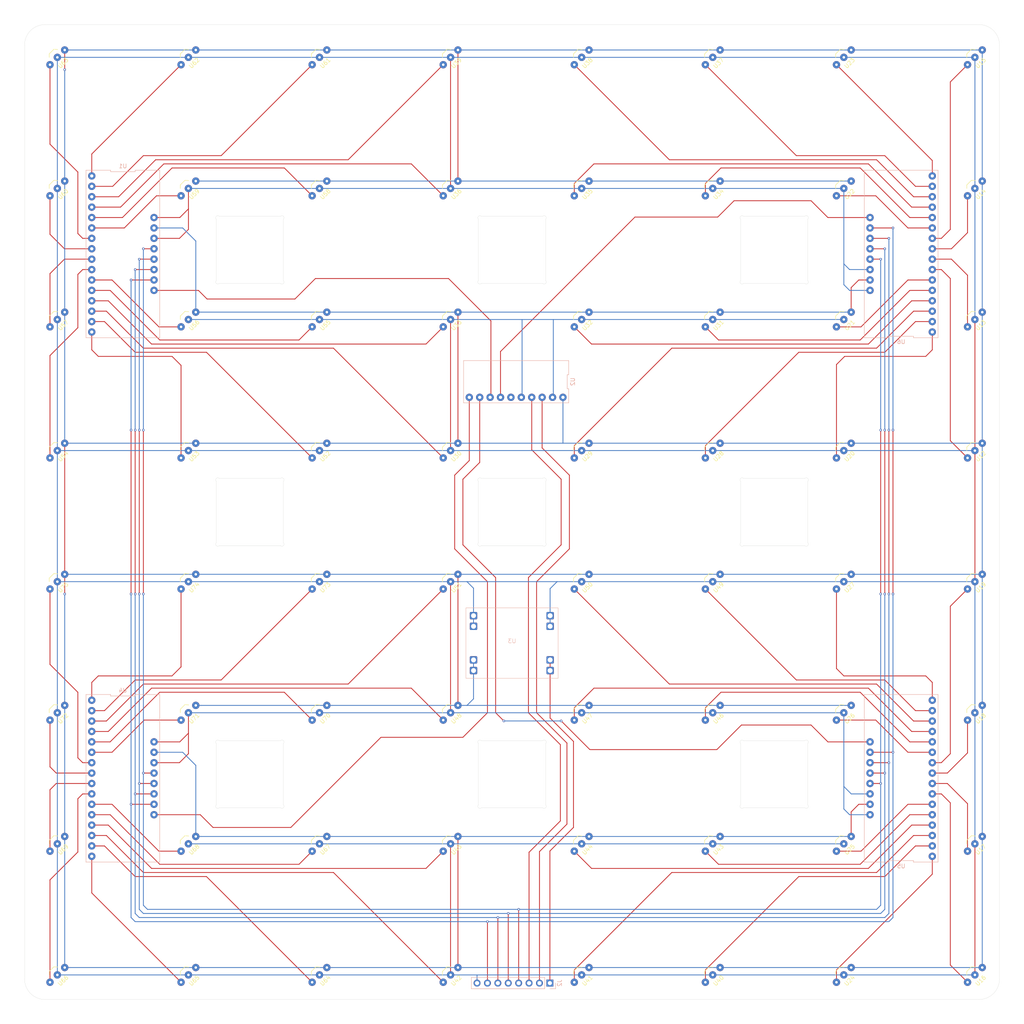
<source format=kicad_pcb>
(kicad_pcb (version 20241229) (generator "pcbnew") (generator_version "9.0")
  (layers (0 "F.Cu" signal) (2 "B.Cu" signal) (13 "F.Paste" user) (15 "B.Paste" user) (5 "F.SilkS" user "F.Silkscreen") (7 "B.SilkS" user "B.Silkscreen") (1 "F.Mask" user) (3 "B.Mask" user) (25 "Edge.Cuts" user))
  (net 0 "")
  (net 1 "S2")
  (net 2 "SCL")
  (net 3 "GND")
  (net 4 "SDA")
  (net 5 "S0")
  (net 6 "S1")
  (net 7 "S3")
  (net 8 "5V")
  (net 9 "MB14")
  (net 10 "MB4")
  (net 11 "MB5")
  (net 12 "MB6")
  (net 13 "MB15")
  (net 14 "3.3V")
  (net 15 "MB16")
  (net 16 "MB13")
  (net 17 "MB8")
  (net 18 "MB12")
  (net 19 "MB10")
  (net 20 "MB11")
  (net 21 "MB1")
  (net 22 "MB3")
  (net 23 "MB9")
  (net 24 "Net-(U1-COM)")
  (net 25 "MB7")
  (net 26 "MB2")
  (net 28 "Net-(U2-AIN3)")
  (net 29 "Net-(U2-AIN0)")
  (net 30 "Net-(U2-AIN2)")
  (net 31 "MC5")
  (net 32 "MC9")
  (net 33 "MC10")
  (net 34 "MC1")
  (net 35 "MC12")
  (net 36 "MC3")
  (net 37 "MC13")
  (net 38 "MC8")
  (net 39 "MC14")
  (net 40 "MC6")
  (net 41 "MC11")
  (net 42 "MC15")
  (net 43 "MC2")
  (net 44 "MC4")
  (net 45 "MC7")
  (net 46 "MC16")
  (net 47 "MD6")
  (net 48 "MD7")
  (net 49 "MD14")
  (net 50 "MD15")
  (net 51 "MD5")
  (net 52 "MD16")
  (net 53 "MD3")
  (net 54 "MD10")
  (net 55 "MD8")
  (net 56 "MD1")
  (net 57 "MD2")
  (net 58 "MD13")
  (net 59 "MD4")
  (net 60 "MD9")
  (net 61 "MD11")
  (net 62 "MD12")
  (net 63 "MA6")
  (net 64 "MA9")
  (net 65 "MA3")
  (net 66 "MA7")
  (net 67 "MA11")
  (net 68 "MA14")
  (net 69 "MA2")
  (net 70 "MA1")
  (net 71 "MA12")
  (net 72 "MA10")
  (net 73 "MA16")
  (net 74 "MA15")
  (net 75 "MA4")
  (net 76 "MA5")
  (net 77 "MA8")
  (net 78 "MA13")
  (footprint "MagChess:SS49E" (layer "F.Cu") (at 76 167 45)
    (property "Reference" "U74")
    (property "Value" "A1302xUA")
  )
  (footprint "MagChess:SS49E" (layer "F.Cu") (at 172 103 45)
    (property "Reference" "U32")
    (property "Value" "A1302xUA")
  )
  (footprint "MagChess:SS49E" (layer "F.Cu") (at 76 39 45)
    (property "Reference" "U62")
    (property "Value" "A1302xUA")
  )
  (footprint "MagChess:SS49E" (layer "F.Cu") (at 204 167 45)
    (property "Reference" "U49")
    (property "Value" "A1302xUA")
  )
  (footprint "MagChess:SS49E" (layer "F.Cu") (at 204 263 45)
    (property "Reference" "U40")
    (property "Value" "A1302xUA")
  )
  (footprint "MagChess:SS49E" (layer "F.Cu") (at 172 199 45)
    (property "Reference" "U47")
    (property "Value" "A1302xUA")
  )
  (footprint "MagChess:SS49E" (layer "F.Cu") (at 236 103 45)
    (property "Reference" "U21")
    (property "Value" "A1302xUA")
  )
  (footprint "MagChess:SS49E" (layer "F.Cu") (at 76 103 45)
    (property "Reference" "U56")
    (property "Value" "A1302xUA")
  )
  (footprint "MagChess:SS49E" (layer "F.Cu") (at 108 231 45)
    (property "Reference" "U67")
    (property "Value" "A1302xUA")
  )
  (footprint "MagChess:SS49E" (layer "F.Cu") (at 108 135 45)
    (property "Reference" "U52")
    (property "Value" "A1302xUA")
  )
  (footprint "MagChess:SS49E" (layer "F.Cu") (at 172 231 45)
    (property "Reference" "U44")
    (property "Value" "A1302xUA")
  )
  (footprint "MagChess:SS49E" (layer "F.Cu") (at 44 71 45)
    (property "Reference" "U60")
    (property "Value" "A1302xUA")
  )
  (footprint "MagChess:SS49E" (layer "F.Cu") (at 172 135 45)
    (property "Reference" "U29")
    (property "Value" "A1302xUA")
  )
  (footprint "MagChess:SS49E" (layer "F.Cu") (at 140 231 45)
    (property "Reference" "U45")
    (property "Value" "A1302xUA")
  )
  (footprint "MagChess:SS49E" (layer "F.Cu") (at 76 71 45)
    (property "Reference" "U59")
    (property "Value" "A1302xUA")
  )
  (footprint "MagChess:SS49E" (layer "F.Cu") (at 140 199 45)
    (property "Reference" "U48")
    (property "Value" "A1302xUA")
  )
  (footprint "MagChess:SS49E" (layer "F.Cu") (at 236 231 45)
    (property "Reference" "U25")
    (property "Value" "A1302xUA")
  )
  (footprint "MagChess:SS49E" (layer "F.Cu") (at 140 135 45)
    (property "Reference" "U30")
    (property "Value" "A1302xUA")
  )
  (footprint "MagChess:SS49E" (layer "F.Cu") (at 108 39 45)
    (property "Reference" "U61")
    (property "Value" "A1302xUA")
  )
  (footprint "MagChess:SS49E" (layer "F.Cu") (at 140 263 45)
    (property "Reference" "U42")
    (property "Value" "A1302xUA")
  )
  (footprint "MagChess:SS49E" (layer "F.Cu") (at 236 199 45)
    (property "Reference" "U26")
    (property "Value" "A1302xUA")
  )
  (footprint "MagChess:SS49E" (layer "F.Cu") (at 140 103 45)
    (property "Reference" "U33")
    (property "Value" "A1302xUA")
  )
  (footprint "MagChess:SS49E" (layer "F.Cu") (at 236 167 45)
    (property "Reference" "U27")
    (property "Value" "A1302xUA")
  )
  (footprint "MagChess:SS49E" (layer "F.Cu") (at 108 103 45)
    (property "Reference" "U55")
    (property "Value" "A1302xUA")
  )
  (footprint "MagChess:SS49E" (layer "F.Cu") (at 172 167 45)
    (property "Reference" "U50")
    (property "Value" "A1302xUA")
  )
  (footprint "MagChess:SS49E" (layer "F.Cu") (at 108 167 45)
    (property "Reference" "U73")
    (property "Value" "A1302xUA")
  )
  (footprint "MagChess:SS49E" (layer "F.Cu") (at 236 39 45)
    (property "Reference" "U23")
    (property "Value" "A1302xUA")
  )
  (footprint "MagChess:SS49E" (layer "F.Cu") (at 268 135 45)
    (property "Reference" "U12")
    (property "Value" "A1302xUA")
  )
  (footprint "MagChess:SS49E" (layer "F.Cu") (at 268 199 45)
    (property "Reference" "U18")
    (property "Value" "A1302xUA")
  )
  (footprint "MagChess:SS49E" (layer "F.Cu") (at 44 167 45)
    (property "Reference" "U75")
    (property "Value" "A1302xUA")
  )
  (footprint "MagChess:SS49E" (layer "F.Cu") (at 172 39 45)
    (property "Reference" "U38")
    (property "Value" "A1302xUA")
  )
  (footprint "MagChess:SS49E" (layer "F.Cu") (at 204 39 45)
    (property "Reference" "U37")
    (property "Value" "A1302xUA")
  )
  (footprint "MagChess:SS49E" (layer "F.Cu") (at 44 39 45)
    (property "Reference" "U63")
    (property "Value" "A1302xUA")
  )
  (footprint "MagChess:SS49E" (layer "F.Cu") (at 172 263 45)
    (property "Reference" "U41")
    (property "Value" "A1302xUA")
  )
  (footprint "MagChess:SS49E" (layer "F.Cu") (at 76 263 45)
    (property "Reference" "U65")
    (property "Value" "A1302xUA")
  )
  (footprint "MagChess:SS49E" (layer "F.Cu") (at 76 231 45)
    (property "Reference" "U68")
    (property "Value" "A1302xUA")
  )
  (footprint "MagChess:SS49E" (layer "F.Cu") (at 204 71 45)
    (property "Reference" "U34")
    (property "Value" "A1302xUA")
  )
  (footprint "MagChess:SS49E" (layer "F.Cu") (at 204 103 45)
    (property "Reference" "U31")
    (property "Value" "A1302xUA")
  )
  (footprint "MagChess:SS49E" (layer "F.Cu") (at 268 103 45)
    (property "Reference" "U13")
    (property "Value" "A1302xUA")
  )
  (footprint "MagChess:SS49E" (layer "F.Cu") (at 108 71 45)
    (property "Reference" "U58")
    (property "Value" "A1302xUA")
  )
  (footprint "MagChess:SS49E" (layer "F.Cu") (at 44 199 45)
    (property "Reference" "U72")
    (property "Value" "A1302xUA")
  )
  (footprint "MagChess:SS49E" (layer "F.Cu") (at 108 263 45)
    (property "Reference" "U64")
    (property "Value" "A1302xUA")
  )
  (footprint "MagChess:SS49E" (layer "F.Cu") (at 204 135 45)
    (property "Reference" "U28")
    (property "Value" "A1302xUA")
  )
  (footprint "MagChess:SS49E" (layer "F.Cu") (at 268 167 45)
    (property "Reference" "U19")
    (property "Value" "A1302xUA")
  )
  (footprint "MagChess:SS49E" (layer "F.Cu") (at 268 39 45)
    (property "Reference" "U15")
    (property "Value" "A1302xUA")
  )
  (footprint "MagChess:SS49E" (layer "F.Cu") (at 44 103 45)
    (property "Reference" "U57")
    (property "Value" "A1302xUA")
  )
  (footprint "MagChess:SS49E" (layer "F.Cu") (at 204 199 45)
    (property "Reference" "U46")
    (property "Value" "A1302xUA")
  )
  (footprint "MagChess:SS49E" (layer "F.Cu") (at 76 135 45)
    (property "Reference" "U53")
    (property "Value" "A1302xUA")
  )
  (footprint "MagChess:SS49E" (layer "F.Cu") (at 140 71 45)
    (property "Reference" "U36")
    (property "Value" "A1302xUA")
  )
  (footprint "MagChess:SS49E" (layer "F.Cu") (at 236 263 45)
    (property "Reference" "U24")
    (property "Value" "A1302xUA")
  )
  (footprint "MagChess:SS49E" (layer "F.Cu") (at 172 71 45)
    (property "Reference" "U35")
    (property "Value" "A1302xUA")
  )
  (footprint "MagChess:SS49E" (layer "F.Cu") (at 268 231 45)
    (property "Reference" "U17")
    (property "Value" "A1302xUA")
  )
  (footprint "MagChess:SS49E" (layer "F.Cu") (at 236 71 45)
    (property "Reference" "U22")
    (property "Value" "A1302xUA")
  )
  (footprint "MagChess:SS49E" (layer "F.Cu") (at 140 39 45)
    (property "Reference" "U39")
    (property "Value" "A1302xUA")
  )
  (footprint "MagChess:SS49E" (layer "F.Cu") (at 44 263 45)
    (property "Reference" "U66")
    (property "Value" "A1302xUA")
  )
  (footprint "MagChess:SS49E" (layer "F.Cu") (at 108 199 45)
    (property "Reference" "U70")
    (property "Value" "A1302xUA")
  )
  (footprint "MagChess:SS49E" (layer "F.Cu") (at 76 199 45)
    (property "Reference" "U71")
    (property "Value" "A1302xUA")
  )
  (footprint "MagChess:SS49E" (layer "F.Cu") (at 236 135 45)
    (property "Reference" "U20")
    (property "Value" "A1302xUA")
  )
  (footprint "MagChess:SS49E" (layer "F.Cu") (at 44 135 45)
    (property "Reference" "U54")
    (property "Value" "A1302xUA")
  )
  (footprint "MagChess:SS49E" (layer "F.Cu") (at 44 231 45)
    (property "Reference" "U69")
    (property "Value" "A1302xUA")
  )
  (footprint "MagChess:SS49E" (layer "F.Cu") (at 268 263 45)
    (property "Reference" "U16")
    (property "Value" "A1302xUA")
  )
  (footprint "MagChess:SS49E" (layer "F.Cu") (at 140 167 45)
    (property "Reference" "U51")
    (property "Value" "A1302xUA")
  )
  (footprint "MagChess:SS49E" (layer "F.Cu") (at 268 71 45)
    (property "Reference" "U14")
    (property "Value" "A1302xUA")
  )
  (footprint "MagChess:SS49E" (layer "F.Cu") (at 204 231 45)
    (property "Reference" "U43")
    (property "Value" "A1302xUA")
  )
  (footprint "MagChess:ADS1015" (layer "B.Cu") (at 156 118.19 180)
    (property "Reference" "U2")
    (property "Value" "ADS1015IDGS")
  )
  (footprint "MagChess:CD74HC4067" (layer "B.Cu") (at 250 215 90)
    (property "Reference" "U5")
    (property "Value" "CD74HC4067M")
  )
  (footprint "MagChess:MP1584" (layer "B.Cu") (at 155 182 180)
    (property "Reference" "U3")
    (property "Value" "MP1584EN")
  )
  (footprint "MagChess:CD74HC4067" (layer "B.Cu") (at 60 87 -90)
    (property "Reference" "U1")
    (property "Value" "CD74HC4067M")
  )
  (footprint "Connector_PinHeader_2.54mm:PinHeader_1x08_P2.54mm_Vertical" (layer "B.Cu") (at 164.24 265 90)
    (property "Reference" "J2")
    (property "Value" "Conn_01x08_Pin")
  )
  (footprint "MagChess:CD74HC4067" (layer "B.Cu") (at 60 215 -90)
    (property "Reference" "U4")
    (property "Value" "CD74HC4067M")
  )
  (footprint "MagChess:CD74HC4067" (layer "B.Cu") (at 250 87 90)
    (property "Reference" "U6")
    (property "Value" "CD74HC4067M")
  )
  (gr_arc (start 226.492894 205.8) (mid 227.2 205.8) (end 227.2 206.507106) (stroke (width 0.05)) (layer "Edge.Cuts"))
  (gr_line (start 274 36) (end 274 264) (stroke (width 0.05)) (layer "Edge.Cuts"))
  (gr_line (start 99.2 78.507106) (end 99.2 93.492894) (stroke (width 0.05)) (layer "Edge.Cuts"))
  (gr_arc (start 226.492894 141.8) (mid 227.2 141.8) (end 227.2 142.507106) (stroke (width 0.05)) (layer "Edge.Cuts"))
  (gr_arc (start 146.8 78.507106) (mid 146.8 77.8) (end 147.507106 77.8) (stroke (width 0.05)) (layer "Edge.Cuts"))
  (gr_arc (start 98.492894 77.8) (mid 99.2 77.8) (end 99.2 78.507106) (stroke (width 0.05)) (layer "Edge.Cuts"))
  (gr_line (start 163.2 78.507106) (end 163.2 93.492894) (stroke (width 0.05)) (layer "Edge.Cuts"))
  (gr_line (start 227.2 78.507106) (end 227.2 93.492894) (stroke (width 0.05)) (layer "Edge.Cuts"))
  (gr_arc (start 99.2 221.492894) (mid 99.2 222.2) (end 98.492894 222.2) (stroke (width 0.05)) (layer "Edge.Cuts"))
  (gr_arc (start 82.8 206.507106) (mid 82.8 205.8) (end 83.507106 205.8) (stroke (width 0.05)) (layer "Edge.Cuts"))
  (gr_line (start 163.2 142.507106) (end 163.2 157.492894) (stroke (width 0.05)) (layer "Edge.Cuts"))
  (gr_arc (start 227.2 221.492894) (mid 227.2 222.2) (end 226.492894 222.2) (stroke (width 0.05)) (layer "Edge.Cuts"))
  (gr_arc (start 146.8 206.507106) (mid 146.8 205.8) (end 147.507106 205.8) (stroke (width 0.05)) (layer "Edge.Cuts"))
  (gr_line (start 83.507106 158.2) (end 98.492894 158.2) (stroke (width 0.05)) (layer "Edge.Cuts"))
  (gr_line (start 226.492894 158.2) (end 211.507106 158.2) (stroke (width 0.05)) (layer "Edge.Cuts"))
  (gr_arc (start 98.492894 141.8) (mid 99.2 141.8) (end 99.2 142.507106) (stroke (width 0.05)) (layer "Edge.Cuts"))
  (gr_line (start 227.2 206.507106) (end 227.2 221.492894) (stroke (width 0.05)) (layer "Edge.Cuts"))
  (gr_arc (start 210.8 206.507106) (mid 210.8 205.8) (end 211.507106 205.8) (stroke (width 0.05)) (layer "Edge.Cuts"))
  (gr_arc (start 36 36) (mid 37.464466 32.464466) (end 41 31) (stroke (width 0.05)) (layer "Edge.Cuts"))
  (gr_line (start 147.507106 141.8) (end 162.492894 141.8) (stroke (width 0.05)) (layer "Edge.Cuts"))
  (gr_line (start 146.8 78.507106) (end 146.8 93.492894) (stroke (width 0.05)) (layer "Edge.Cuts"))
  (gr_line (start 83.507106 222.2) (end 98.492894 222.2) (stroke (width 0.05)) (layer "Edge.Cuts"))
  (gr_arc (start 41 269) (mid 37.464466 267.535534) (end 36 264) (stroke (width 0.05)) (layer "Edge.Cuts"))
  (gr_arc (start 83.507106 158.2) (mid 82.8 158.2) (end 82.8 157.492894) (stroke (width 0.05)) (layer "Edge.Cuts"))
  (gr_arc (start 269 31) (mid 272.535534 32.464466) (end 274 36) (stroke (width 0.05)) (layer "Edge.Cuts"))
  (gr_line (start 147.507106 94.2) (end 162.492894 94.2) (stroke (width 0.05)) (layer "Edge.Cuts"))
  (gr_arc (start 82.8 78.507106) (mid 82.8 77.8) (end 83.507106 77.8) (stroke (width 0.05)) (layer "Edge.Cuts"))
  (gr_arc (start 83.507106 94.2) (mid 82.8 94.2) (end 82.8 93.492894) (stroke (width 0.05)) (layer "Edge.Cuts"))
  (gr_line (start 210.8 78.507106) (end 210.8 93.492894) (stroke (width 0.05)) (layer "Edge.Cuts"))
  (gr_line (start 226.492894 94.2) (end 211.507106 94.2) (stroke (width 0.05)) (layer "Edge.Cuts"))
  (gr_line (start 163.2 206.507106) (end 163.2 221.492894) (stroke (width 0.05)) (layer "Edge.Cuts"))
  (gr_line (start 99.2 142.507106) (end 99.2 157.492894) (stroke (width 0.05)) (layer "Edge.Cuts"))
  (gr_arc (start 162.492894 141.8) (mid 163.2 141.8) (end 163.2 142.507106) (stroke (width 0.05)) (layer "Edge.Cuts"))
  (gr_arc (start 82.8 142.507106) (mid 82.8 141.8) (end 83.507106 141.8) (stroke (width 0.05)) (layer "Edge.Cuts"))
  (gr_arc (start 227.2 157.492894) (mid 227.2 158.2) (end 226.492894 158.2) (stroke (width 0.05)) (layer "Edge.Cuts"))
  (gr_line (start 146.8 142.507106) (end 146.8 157.492894) (stroke (width 0.05)) (layer "Edge.Cuts"))
  (gr_line (start 36 264) (end 36 36) (stroke (width 0.05)) (layer "Edge.Cuts"))
  (gr_line (start 226.492894 141.8) (end 211.507106 141.8) (stroke (width 0.05)) (layer "Edge.Cuts"))
  (gr_arc (start 211.507106 94.2) (mid 210.8 94.2) (end 210.8 93.492894) (stroke (width 0.05)) (layer "Edge.Cuts"))
  (gr_line (start 146.8 206.507106) (end 146.8 221.492894) (stroke (width 0.05)) (layer "Edge.Cuts"))
  (gr_arc (start 147.507106 94.2) (mid 146.8 94.2) (end 146.8 93.492894) (stroke (width 0.05)) (layer "Edge.Cuts"))
  (gr_line (start 226.492894 77.8) (end 211.507106 77.8) (stroke (width 0.05)) (layer "Edge.Cuts"))
  (gr_arc (start 147.507106 158.2) (mid 146.8 158.2) (end 146.8 157.492894) (stroke (width 0.05)) (layer "Edge.Cuts"))
  (gr_line (start 82.8 206.507106) (end 82.8 221.492894) (stroke (width 0.05)) (layer "Edge.Cuts"))
  (gr_line (start 162.492894 205.8) (end 147.507106 205.8) (stroke (width 0.05)) (layer "Edge.Cuts"))
  (gr_arc (start 210.8 78.507106) (mid 210.8 77.8) (end 211.507106 77.8) (stroke (width 0.05)) (layer "Edge.Cuts"))
  (gr_arc (start 83.507106 222.2) (mid 82.8 222.2) (end 82.8 221.492894) (stroke (width 0.05)) (layer "Edge.Cuts"))
  (gr_arc (start 274 264) (mid 272.535534 267.535534) (end 269 269) (stroke (width 0.05)) (layer "Edge.Cuts"))
  (gr_arc (start 147.507106 222.2) (mid 146.8 222.2) (end 146.8 221.492894) (stroke (width 0.05)) (layer "Edge.Cuts"))
  (gr_line (start 269 269) (end 41 269) (stroke (width 0.05)) (layer "Edge.Cuts"))
  (gr_line (start 210.8 157.492894) (end 210.8 142.507106) (stroke (width 0.05)) (layer "Edge.Cuts"))
  (gr_arc (start 211.507106 158.2) (mid 210.8 158.2) (end 210.8 157.492894) (stroke (width 0.05)) (layer "Edge.Cuts"))
  (gr_arc (start 211.507106 222.2) (mid 210.8 222.2) (end 210.8 221.492894) (stroke (width 0.05)) (layer "Edge.Cuts"))
  (gr_line (start 99.2 206.507106) (end 99.2 221.492894) (stroke (width 0.05)) (layer "Edge.Cuts"))
  (gr_line (start 226.492894 205.8) (end 211.507106 205.8) (stroke (width 0.05)) (layer "Edge.Cuts"))
  (gr_line (start 147.507106 158.2) (end 162.492894 158.2) (stroke (width 0.05)) (layer "Edge.Cuts"))
  (gr_line (start 41 31) (end 269 31) (stroke (width 0.05)) (layer "Edge.Cuts"))
  (gr_line (start 147.507106 77.8) (end 162.492894 77.8) (stroke (width 0.05)) (layer "Edge.Cuts"))
  (gr_line (start 226.492894 222.2) (end 211.507106 222.2) (stroke (width 0.05)) (layer "Edge.Cuts"))
  (gr_line (start 98.492894 94.2) (end 83.507106 94.2) (stroke (width 0.05)) (layer "Edge.Cuts"))
  (gr_line (start 83.507106 141.8) (end 98.492894 141.8) (stroke (width 0.05)) (layer "Edge.Cuts"))
  (gr_arc (start 163.2 221.492894) (mid 163.2 222.2) (end 162.492894 222.2) (stroke (width 0.05)) (layer "Edge.Cuts"))
  (gr_line (start 98.492894 77.8) (end 83.507106 77.8) (stroke (width 0.05)) (layer "Edge.Cuts"))
  (gr_line (start 162.492894 222.2) (end 147.507106 222.2) (stroke (width 0.05)) (layer "Edge.Cuts"))
  (gr_arc (start 226.492894 77.8) (mid 227.2 77.8) (end 227.2 78.507106) (stroke (width 0.05)) (layer "Edge.Cuts"))
  (gr_arc (start 163.2 157.492894) (mid 163.2 158.2) (end 162.492894 158.2) (stroke (width 0.05)) (layer "Edge.Cuts"))
  (gr_arc (start 99.2 157.492894) (mid 99.2 158.2) (end 98.492894 158.2) (stroke (width 0.05)) (layer "Edge.Cuts"))
  (gr_arc (start 99.2 93.492894) (mid 99.2 94.2) (end 98.492894 94.2) (stroke (width 0.05)) (layer "Edge.Cuts"))
  (gr_arc (start 162.492894 77.8) (mid 163.2 77.8) (end 163.2 78.507106) (stroke (width 0.05)) (layer "Edge.Cuts"))
  (gr_line (start 82.8 78.507106) (end 82.8 93.492894) (stroke (width 0.05)) (layer "Edge.Cuts"))
  (gr_arc (start 163.2 93.492894) (mid 163.2 94.2) (end 162.492894 94.2) (stroke (width 0.05)) (layer "Edge.Cuts"))
  (gr_arc (start 227.2 93.492894) (mid 227.2 94.2) (end 226.492894 94.2) (stroke (width 0.05)) (layer "Edge.Cuts"))
  (gr_arc (start 162.492894 205.8) (mid 163.2 205.8) (end 163.2 206.507106) (stroke (width 0.05)) (layer "Edge.Cuts"))
  (gr_arc (start 146.8 142.507106) (mid 146.8 141.8) (end 147.507106 141.8) (stroke (width 0.05)) (layer "Edge.Cuts"))
  (gr_line (start 210.8 206.507106) (end 210.8 221.492894) (stroke (width 0.05)) (layer "Edge.Cuts"))
  (gr_line (start 82.8 142.507106) (end 82.8 157.492894) (stroke (width 0.05)) (layer "Edge.Cuts"))
  (gr_line (start 227.2 157.492894) (end 227.2 142.507106) (stroke (width 0.05)) (layer "Edge.Cuts"))
  (gr_arc (start 98.492894 205.8) (mid 99.2 205.8) (end 99.2 206.507106) (stroke (width 0.05)) (layer "Edge.Cuts"))
  (gr_line (start 83.507106 205.8) (end 98.492894 205.8) (stroke (width 0.05)) (layer "Edge.Cuts"))
  (gr_arc (start 210.8 142.507106) (mid 210.8 141.8) (end 211.507106 141.8) (stroke (width 0.05)) (layer "Edge.Cuts"))
  (segment (start 247 170) (end 247 130) (width 0.2) (layer "F.Cu") (net 1))
  (segment (start 151.54 249) (end 151.54 265) (width 0.2) (layer "F.Cu") (net 1))
  (segment (start 63 218.81) (end 67.6 218.81) (width 0.2) (layer "F.Cu") (net 1))
  (segment (start 63 90.81) (end 67.6 90.81) (width 0.2) (layer "F.Cu") (net 1))
  (segment (start 63 170) (end 63 130) (width 0.2) (layer "F.Cu") (net 1))
  (segment (start 247 83.19) (end 242.4 83.19) (width 0.2) (layer "F.Cu") (net 1))
  (segment (start 247 211.19) (end 242.4 211.19) (width 0.2) (layer "F.Cu") (net 1))
  (via (at 63 130) (size 0.6) (drill 0.3) (layers "F.Cu" "B.Cu") (net 1))
  (via (at 63 170) (size 0.6) (drill 0.3) (layers "F.Cu" "B.Cu") (net 1))
  (via (at 247 130) (size 0.6) (drill 0.3) (layers "F.Cu" "B.Cu") (net 1))
  (via (at 63 90.81) (size 0.6) (drill 0.3) (layers "F.Cu" "B.Cu") (net 1))
  (via (at 63 218.81) (size 0.6) (drill 0.3) (layers "F.Cu" "B.Cu") (net 1))
  (via (at 247 83.19) (size 0.6) (drill 0.3) (layers "F.Cu" "B.Cu") (net 1))
  (via (at 247 211.19) (size 0.6) (drill 0.3) (layers "F.Cu" "B.Cu") (net 1))
  (via (at 247 170) (size 0.6) (drill 0.3) (layers "F.Cu" "B.Cu") (net 1))
  (via (at 151.54 249) (size 0.6) (drill 0.3) (layers "F.Cu" "B.Cu") (net 1))
  (segment (start 63 130) (end 63 90.81) (width 0.2) (layer "B.Cu") (net 1))
  (segment (start 151.54 249) (end 246 249) (width 0.2) (layer "B.Cu") (net 1))
  (segment (start 247 130) (end 247 83.19) (width 0.2) (layer "B.Cu") (net 1))
  (segment (start 63 218.81) (end 63 170) (width 0.2) (layer "B.Cu") (net 1))
  (segment (start 63 248) (end 63 218.81) (width 0.2) (layer "B.Cu") (net 1))
  (segment (start 247 211.19) (end 247 170) (width 0.2) (layer "B.Cu") (net 1))
  (segment (start 246 249) (end 247 248) (width 0.2) (layer "B.Cu") (net 1))
  (segment (start 64 249) (end 63 248) (width 0.2) (layer "B.Cu") (net 1))
  (segment (start 247 248) (end 247 211.19) (width 0.2) (layer "B.Cu") (net 1))
  (segment (start 151.54 249) (end 64 249) (width 0.2) (layer "B.Cu") (net 1))
  (segment (start 161.7 232.9) (end 168.4 226.2) (width 0.2) (layer "F.Cu") (net 2))
  (segment (start 168.4 226.2) (end 168.4 206.4) (width 0.2) (layer "F.Cu") (net 2))
  (segment (start 162.35 134.35) (end 162.35 122) (width 0.2) (layer "F.Cu") (net 2))
  (segment (start 169 141) (end 162.35 134.35) (width 0.2) (layer "F.Cu") (net 2))
  (segment (start 161 167) (end 169 159) (width 0.2) (layer "F.Cu") (net 2))
  (segment (start 168.4 206.4) (end 161 199) (width 0.2) (layer "F.Cu") (net 2))
  (segment (start 169 159) (end 169 141) (width 0.2) (layer "F.Cu") (net 2))
  (segment (start 161.7 265) (end 161.7 232.9) (width 0.2) (layer "F.Cu") (net 2))
  (segment (start 161 199) (end 161 167) (width 0.2) (layer "F.Cu") (net 2))
  (segment (start 73.89 206.11) (end 76 204) (width 0.2) (layer "F.Cu") (net 3))
  (segment (start 73.89 78.11) (end 76 76) (width 0.2) (layer "F.Cu") (net 3))
  (segment (start 67.6 206.11) (end 73.89 206.11) (width 0.2) (layer "F.Cu") (net 3))
  (segment (start 67.6 83.19) (end 73.81 83.19) (width 0.2) (layer "F.Cu") (net 3))
  (segment (start 140 39) (end 140 71) (width 0.2) (layer "F.Cu") (net 3))
  (segment (start 76 76) (end 76 71) (width 0.2) (layer "F.Cu") (net 3))
  (segment (start 73.81 83.19) (end 76 81) (width 0.2) (layer "F.Cu") (net 3))
  (segment (start 67.6 211.19) (end 73.81 211.19) (width 0.2) (layer "F.Cu") (net 3))
  (segment (start 268 135) (end 268 167) (width 0.2) (layer "F.Cu") (net 3))
  (segment (start 67.6 78.11) (end 73.89 78.11) (width 0.2) (layer "F.Cu") (net 3))
  (segment (start 268 135) (end 268 103) (width 0.2) (layer "F.Cu") (net 3))
  (segment (start 73.81 211.19) (end 76 209) (width 0.2) (layer "F.Cu") (net 3))
  (segment (start 140 103) (end 140 135) (width 0.2) (layer "F.Cu") (net 3))
  (segment (start 76 204) (end 76 199) (width 0.2) (layer "F.Cu") (net 3))
  (segment (start 140 231) (end 140 263) (width 0.2) (layer "F.Cu") (net 3))
  (segment (start 76 209) (end 76 204) (width 0.2) (layer "F.Cu") (net 3))
  (segment (start 268 263) (end 268 231) (width 0.2) (layer "F.Cu") (net 3))
  (segment (start 76 81) (end 76 76) (width 0.2) (layer "F.Cu") (net 3))
  (segment (start 140 199) (end 140 167) (width 0.2) (layer "F.Cu") (net 3))
  (segment (start 44 263) (end 140 263) (width 0.2) (layer "B.Cu") (net 3))
  (segment (start 164.3 175.3) (end 164.3 168.7) (width 0.2) (layer "B.Cu") (net 3))
  (segment (start 268 231) (end 268 167) (width 0.2) (layer "B.Cu") (net 3))
  (segment (start 76 71) (end 108 71) (width 0.2) (layer "B.Cu") (net 3))
  (segment (start 144 167) (end 166 167) (width 0.2) (layer "B.Cu") (net 3))
  (segment (start 166 167) (end 268 167) (width 0.2) (layer "B.Cu") (net 3))
  (segment (start 44 167) (end 144 167) (width 0.2) (layer "B.Cu") (net 3))
  (segment (start 237.4 90.81) (end 236 89.41) (width 0.2) (layer "B.Cu") (net 3))
  (segment (start 157.46 103) (end 157.46 122) (width 0.2) (layer "B.Cu") (net 3))
  (segment (start 237.81 218.81) (end 236 217) (width 0.2) (layer "B.Cu") (net 3))
  (segment (start 237.4 95.89) (end 242.4 95.89) (width 0.2) (layer "B.Cu") (net 3))
  (segment (start 108 103) (end 204 103) (width 0.2) (layer "B.Cu") (net 3))
  (segment (start 242.4 218.81) (end 237.81 218.81) (width 0.2) (layer "B.Cu") (net 3))
  (segment (start 268 103) (end 268 39) (width 0.2) (layer "B.Cu") (net 3))
  (segment (start 237.4 223.89) (end 236 222.49) (width 0.2) (layer "B.Cu") (net 3))
  (segment (start 76 103) (end 108 103) (width 0.2) (layer "B.Cu") (net 3))
  (segment (start 236 199) (end 236 217) (width 0.2) (layer "B.Cu") (net 3))
  (segment (start 164.3 177.9) (end 164.3 175.3) (width 0.2) (layer "B.Cu") (net 3))
  (segment (start 140 263) (end 172 263) (width 0.2) (layer "B.Cu") (net 3))
  (segment (start 172 263) (end 268 263) (width 0.2) (layer "B.Cu") (net 3))
  (segment (start 76 231) (end 108 231) (width 0.2) (layer "B.Cu") (net 3))
  (segment (start 146.46 265) (end 146.46 263) (width 0.2) (layer "B.Cu") (net 3))
  (segment (start 204 71) (end 236 71) (width 0.2) (layer "B.Cu") (net 3))
  (segment (start 204 231) (end 236 231) (width 0.2) (layer "B.Cu") (net 3))
  (segment (start 236 94.49) (end 237.4 95.89) (width 0.2) (layer "B.Cu") (net 3))
  (segment (start 164.3 168.7) (end 166 167) (width 0.2) (layer "B.Cu") (net 3))
  (segment (start 44 135) (end 268 135) (width 0.2) (layer "B.Cu") (net 3))
  (segment (start 145.6 168.6) (end 144 167) (width 0.2) (layer "B.Cu") (net 3))
  (segment (start 204 199) (end 236 199) (width 0.2) (layer "B.Cu") (net 3))
  (segment (start 204 103) (end 236 103) (width 0.2) (layer "B.Cu") (net 3))
  (segment (start 236 217) (end 236 222.49) (width 0.2) (layer "B.Cu") (net 3))
  (segment (start 165.08 122) (end 165.08 103) (width 0.2) (layer "B.Cu") (net 3))
  (segment (start 145.6 177.9) (end 145.6 175.3) (width 0.2) (layer "B.Cu") (net 3))
  (segment (start 108 71) (end 204 71) (width 0.2) (layer "B.Cu") (net 3))
  (segment (start 204 199) (end 108 199) (width 0.2) (layer "B.Cu") (net 3))
  (segment (start 44 39) (end 268 39) (width 0.2) (layer "B.Cu") (net 3))
  (segment (start 236 71) (end 236 94.49) (width 0.2) (layer "B.Cu") (net 3))
  (segment (start 76 199) (end 108 199) (width 0.2) (layer "B.Cu") (net 3))
  (segment (start 44 39) (end 44 263) (width 0.2) (layer "B.Cu") (net 3))
  (segment (start 145.6 175.3) (end 145.6 168.6) (width 0.2) (layer "B.Cu") (net 3))
  (segment (start 237.4 90.81) (end 242.4 90.81) (width 0.2) (layer "B.Cu") (net 3))
  (segment (start 204 231) (end 108 231) (width 0.2) (layer "B.Cu") (net 3))
  (segment (start 242.4 223.89) (end 237.4 223.89) (width 0.2) (layer "B.Cu") (net 3))
  (segment (start 159.16 233.055365) (end 159.16 265) (width 0.2) (layer "F.Cu") (net 4))
  (segment (start 159.81 122) (end 159.81 134.81) (width 0.2) (layer "F.Cu") (net 4))
  (segment (start 159 166) (end 159 199) (width 0.2) (layer "F.Cu") (net 4))
  (segment (start 167 142) (end 167 158) (width 0.2) (layer "F.Cu") (net 4))
  (segment (start 159.81 134.81) (end 167 142) (width 0.2) (layer "F.Cu") (net 4))
  (segment (start 166.8 206.8) (end 166.8 225.415365) (width 0.2) (layer "F.Cu") (net 4))
  (segment (start 167 158) (end 159 166) (width 0.2) (layer "F.Cu") (net 4))
  (segment (start 159 199) (end 166.8 206.8) (width 0.2) (layer "F.Cu") (net 4))
  (segment (start 166.8 225.415365) (end 159.16 233.055365) (width 0.2) (layer "F.Cu") (net 4))
  (segment (start 245 216.27) (end 242.4 216.27) (width 0.2) (layer "F.Cu") (net 5))
  (segment (start 65 170) (end 65 130) (width 0.2) (layer "F.Cu") (net 5))
  (segment (start 245 88.27) (end 242.4 88.27) (width 0.2) (layer "F.Cu") (net 5))
  (segment (start 65 213.73) (end 67.6 213.73) (width 0.2) (layer "F.Cu") (net 5))
  (segment (start 65 85.73) (end 67.6 85.73) (width 0.2) (layer "F.Cu") (net 5))
  (segment (start 245 170) (end 245 130) (width 0.2) (layer "F.Cu") (net 5))
  (segment (start 156.62 247) (end 156.62 265) (width 0.2) (layer "F.Cu") (net 5))
  (via (at 65 170) (size 0.6) (drill 0.3) (layers "F.Cu" "B.Cu") (net 5))
  (via (at 65 130) (size 0.6) (drill 0.3) (layers "F.Cu" "B.Cu") (net 5))
  (via (at 245 88.27) (size 0.6) (drill 0.3) (layers "F.Cu" "B.Cu") (net 5))
  (via (at 245 216.27) (size 0.6) (drill 0.3) (layers "F.Cu" "B.Cu") (net 5))
  (via (at 65 213.73) (size 0.6) (drill 0.3) (layers "F.Cu" "B.Cu") (net 5))
  (via (at 156.62 247) (size 0.6) (drill 0.3) (layers "F.Cu" "B.Cu") (net 5))
  (via (at 245 170) (size 0.6) (drill 0.3) (layers "F.Cu" "B.Cu") (net 5))
  (via (at 245 130) (size 0.6) (drill 0.3) (layers "F.Cu" "B.Cu") (net 5))
  (via (at 65 85.73) (size 0.6) (drill 0.3) (layers "F.Cu" "B.Cu") (net 5))
  (segment (start 65 130) (end 65 85.73) (width 0.2) (layer "B.Cu") (net 5))
  (segment (start 65 213.73) (end 65 170) (width 0.2) (layer "B.Cu") (net 5))
  (segment (start 65 246) (end 65 213.73) (width 0.2) (layer "B.Cu") (net 5))
  (segment (start 245 246) (end 245 216.27) (width 0.2) (layer "B.Cu") (net 5))
  (segment (start 245 130) (end 245 88.27) (width 0.2) (layer "B.Cu") (net 5))
  (segment (start 245 216.27) (end 245 170) (width 0.2) (layer "B.Cu") (net 5))
  (segment (start 156.62 247) (end 66 247) (width 0.2) (layer "B.Cu") (net 5))
  (segment (start 66 247) (end 65 246) (width 0.2) (layer "B.Cu") (net 5))
  (segment (start 244 247) (end 245 246) (width 0.2) (layer "B.Cu") (net 5))
  (segment (start 156.62 247) (end 244 247) (width 0.2) (layer "B.Cu") (net 5))
  (segment (start 64 88.27) (end 67.6 88.27) (width 0.2) (layer "F.Cu") (net 6))
  (segment (start 64 216.27) (end 67.6 216.27) (width 0.2) (layer "F.Cu") (net 6))
  (segment (start 154.08 248) (end 154.08 265) (width 0.2) (layer "F.Cu") (net 6))
  (segment (start 246 170) (end 246 130) (width 0.2) (layer "F.Cu") (net 6))
  (segment (start 246 85.73) (end 242.4 85.73) (width 0.2) (layer "F.Cu") (net 6))
  (segment (start 246 213.73) (end 242.4 213.73) (width 0.2) (layer "F.Cu") (net 6))
  (segment (start 64 170) (end 64 130) (width 0.2) (layer "F.Cu") (net 6))
  (via (at 154.08 248) (size 0.6) (drill 0.3) (layers "F.Cu" "B.Cu") (net 6))
  (via (at 246 170) (size 0.6) (drill 0.3) (layers "F.Cu" "B.Cu") (net 6))
  (via (at 64 88.27) (size 0.6) (drill 0.3) (layers "F.Cu" "B.Cu") (net 6))
  (via (at 64 130) (size 0.6) (drill 0.3) (layers "F.Cu" "B.Cu") (net 6))
  (via (at 64 170) (size 0.6) (drill 0.3) (layers "F.Cu" "B.Cu") (net 6))
  (via (at 246 130) (size 0.6) (drill 0.3) (layers "F.Cu" "B.Cu") (net 6))
  (via (at 64 216.27) (size 0.6) (drill 0.3) (layers "F.Cu" "B.Cu") (net 6))
  (via (at 246 213.73) (size 0.6) (drill 0.3) (layers "F.Cu" "B.Cu") (net 6))
  (via (at 246 85.73) (size 0.6) (drill 0.3) (layers "F.Cu" "B.Cu") (net 6))
  (segment (start 246 130) (end 246 85.73) (width 0.2) (layer "B.Cu") (net 6))
  (segment (start 64 130) (end 64 88.27) (width 0.2) (layer "B.Cu") (net 6))
  (segment (start 154.08 248) (end 65 248) (width 0.2) (layer "B.Cu") (net 6))
  (segment (start 154.08 248) (end 245 248) (width 0.2) (layer "B.Cu") (net 6))
  (segment (start 64 216.27) (end 64 170) (width 0.2) (layer "B.Cu") (net 6))
  (segment (start 246 213.73) (end 246 170) (width 0.2) (layer "B.Cu") (net 6))
  (segment (start 245 248) (end 246 247) (width 0.2) (layer "B.Cu") (net 6))
  (segment (start 65 248) (end 64 247) (width 0.2) (layer "B.Cu") (net 6))
  (segment (start 64 247) (end 64 216.27) (width 0.2) (layer "B.Cu") (net 6))
  (segment (start 246 247) (end 246 213.73) (width 0.2) (layer "B.Cu") (net 6))
  (segment (start 248 170) (end 248 130) (width 0.2) (layer "F.Cu") (net 7))
  (segment (start 248 80.65) (end 242.4 80.65) (width 0.2) (layer "F.Cu") (net 7))
  (segment (start 62 93.35) (end 67.6 93.35) (width 0.2) (layer "F.Cu") (net 7))
  (segment (start 62 170) (end 62 130) (width 0.2) (layer "F.Cu") (net 7))
  (segment (start 149 250) (end 149 265) (width 0.2) (layer "F.Cu") (net 7))
  (segment (start 248 208.65) (end 242.4 208.65) (width 0.2) (layer "F.Cu") (net 7))
  (segment (start 62 221.35) (end 67.6 221.35) (width 0.2) (layer "F.Cu") (net 7))
  (via (at 62 130) (size 0.6) (drill 0.3) (layers "F.Cu" "B.Cu") (net 7))
  (via (at 248 170) (size 0.6) (drill 0.3) (layers "F.Cu" "B.Cu") (net 7))
  (via (at 248 130) (size 0.6) (drill 0.3) (layers "F.Cu" "B.Cu") (net 7))
  (via (at 149 250) (size 0.6) (drill 0.3) (layers "F.Cu" "B.Cu") (net 7))
  (via (at 248 208.65) (size 0.6) (drill 0.3) (layers "F.Cu" "B.Cu") (net 7))
  (via (at 62 93.35) (size 0.6) (drill 0.3) (layers "F.Cu" "B.Cu") (net 7))
  (via (at 248 80.65) (size 0.6) (drill 0.3) (layers "F.Cu" "B.Cu") (net 7))
  (via (at 62 221.35) (size 0.6) (drill 0.3) (layers "F.Cu" "B.Cu") (net 7))
  (via (at 62 170) (size 0.6) (drill 0.3) (layers "F.Cu" "B.Cu") (net 7))
  (segment (start 248 249) (end 248 208.65) (width 0.2) (layer "B.Cu") (net 7))
  (segment (start 149 250) (end 247 250) (width 0.2) (layer "B.Cu") (net 7))
  (segment (start 248 208.65) (end 248 170) (width 0.2) (layer "B.Cu") (net 7))
  (segment (start 62 221.35) (end 62 170) (width 0.2) (layer "B.Cu") (net 7))
  (segment (start 149 250) (end 63 250) (width 0.2) (layer "B.Cu") (net 7))
  (segment (start 62 130) (end 62 93.35) (width 0.2) (layer "B.Cu") (net 7))
  (segment (start 248 80.65) (end 248 130) (width 0.2) (layer "B.Cu") (net 7))
  (segment (start 62 249) (end 62 221.35) (width 0.2) (layer "B.Cu") (net 7))
  (segment (start 63 250) (end 62 249) (width 0.2) (layer "B.Cu") (net 7))
  (segment (start 247 250) (end 248 249) (width 0.2) (layer "B.Cu") (net 7))
  (segment (start 164.24 232.76) (end 164.24 265) (width 0.2) (layer "F.Cu") (net 8))
  (segment (start 170 227) (end 164.24 232.76) (width 0.2) (layer "F.Cu") (net 8))
  (segment (start 164.3 200.3) (end 170 206) (width 0.2) (layer "F.Cu") (net 8))
  (segment (start 164.3 188.7) (end 164.3 200.3) (width 0.2) (layer "F.Cu") (net 8))
  (segment (start 164.3 188.7) (end 164.3 186.1) (width 0.2) (layer "F.Cu") (net 8))
  (segment (start 170 206) (end 170 227) (width 0.2) (layer "F.Cu") (net 8))
  (segment (start 138.203949 72.796051) (end 130.407898 65) (width 0.2) (layer "F.Cu") (net 9))
  (segment (start 130.407898 65) (end 70 65) (width 0.2) (layer "F.Cu") (net 9))
  (segment (start 70 65) (end 59.43 75.57) (width 0.2) (layer "F.Cu") (net 9))
  (segment (start 59.43 75.57) (end 52.4 75.57) (width 0.2) (layer "F.Cu") (net 9))
  (segment (start 55.97 100.97) (end 52.4 100.97) (width 0.2) (layer "F.Cu") (net 10))
  (segment (start 65 110) (end 55.97 100.97) (width 0.2) (layer "F.Cu") (net 10))
  (segment (start 111.407898 110) (end 65 110) (width 0.2) (layer "F.Cu") (net 10))
  (segment (start 138.203949 136.796051) (end 111.407898 110) (width 0.2) (layer "F.Cu") (net 10))
  (segment (start 63 111) (end 55.51 103.51) (width 0.2) (layer "F.Cu") (net 11))
  (segment (start 55.51 103.51) (end 52.4 103.51) (width 0.2) (layer "F.Cu") (net 11))
  (segment (start 80.407898 111) (end 63 111) (width 0.2) (layer "F.Cu") (net 11))
  (segment (start 106.203949 136.796051) (end 80.407898 111) (width 0.2) (layer "F.Cu") (net 11))
  (segment (start 74.203949 136.796051) (end 74.203949 114.203949) (width 0.2) (layer "F.Cu") (net 12))
  (segment (start 74.203949 114.203949) (end 72 112) (width 0.2) (layer "F.Cu") (net 12))
  (segment (start 54 112) (end 52.4 110.4) (width 0.2) (layer "F.Cu") (net 12))
  (segment (start 52.4 110.4) (end 52.4 106.05) (width 0.2) (layer "F.Cu") (net 12))
  (segment (start 72 112) (end 54 112) (width 0.2) (layer "F.Cu") (net 12))
  (segment (start 106.203949 72.796051) (end 99.407898 66) (width 0.2) (layer "F.Cu") (net 13))
  (segment (start 99.407898 66) (end 72 66) (width 0.2) (layer "F.Cu") (net 13))
  (segment (start 59.89 78.11) (end 52.4 78.11) (width 0.2) (layer "F.Cu") (net 13))
  (segment (start 72 66) (end 59.89 78.11) (width 0.2) (layer "F.Cu") (net 13))
  (segment (start 242.4 93.35) (end 239.65 93.35) (width 0.2) (layer "F.Cu") (net 14))
  (segment (start 141.796051 133.203949) (end 141.796051 101.203949) (width 0.2) (layer "F.Cu") (net 14))
  (segment (start 239.65 221.35) (end 237.796051 223.203949) (width 0.2) (layer "F.Cu") (net 14))
  (segment (start 45.796051 170) (end 45.796051 165.203949) (width 0.2) (layer "F.Cu") (net 14))
  (segment (start 45.796051 42) (end 45.796051 37.203949) (width 0.2) (layer "F.Cu") (net 14))
  (segment (start 45.796051 165.203949) (end 45.796051 133.203949) (width 0.2) (layer "F.Cu") (net 14))
  (segment (start 239.65 93.35) (end 237.796051 95.203949) (width 0.2) (layer "F.Cu") (net 14))
  (segment (start 141.796051 69.203949) (end 141.796051 37.203949) (width 0.2) (layer "F.Cu") (net 14))
  (segment (start 242.4 221.35) (end 239.65 221.35) (width 0.2) (layer "F.Cu") (net 14))
  (segment (start 237.796051 95.203949) (end 237.796051 101.203949) (width 0.2) (layer "F.Cu") (net 14))
  (segment (start 141.796051 261.203949) (end 141.796051 229.203949) (width 0.2) (layer "F.Cu") (net 14))
  (segment (start 237.796051 223.203949) (end 237.796051 229.203949) (width 0.2) (layer "F.Cu") (net 14))
  (segment (start 141.796051 165.203949) (end 141.796051 197.203949) (width 0.2) (layer "F.Cu") (net 14))
  (via (at 45.796051 42) (size 0.6) (drill 0.3) (layers "F.Cu" "B.Cu") (net 14))
  (via (at 45.796051 170) (size 0.6) (drill 0.3) (layers "F.Cu" "B.Cu") (net 14))
  (segment (start 145.6 188.7) (end 145.6 195.603949) (width 0.2) (layer "B.Cu") (net 14))
  (segment (start 74.6 80.65) (end 77.796051 83.846051) (width 0.2) (layer "B.Cu") (net 14))
  (segment (start 45.796051 197.203949) (end 45.796051 261.203949) (width 0.2) (layer "B.Cu") (net 14))
  (segment (start 109.796051 101.203949) (end 77.796051 101.203949) (width 0.2) (layer "B.Cu") (net 14))
  (segment (start 237.796051 101.203949) (end 205.796051 101.203949) (width 0.2) (layer "B.Cu") (net 14))
  (segment (start 269.796051 165.203949) (end 45.796051 165.203949) (width 0.2) (layer "B.Cu") (net 14))
  (segment (start 205.796051 229.203949) (end 237.796051 229.203949) (width 0.2) (layer "B.Cu") (net 14))
  (segment (start 74.6 208.65) (end 77.796051 211.846051) (width 0.2) (layer "B.Cu") (net 14))
  (segment (start 237.796051 69.203949) (end 205.796051 69.203949) (width 0.2) (layer "B.Cu") (net 14))
  (segment (start 74.6 80.65) (end 67.6 80.65) (width 0.2) (layer "B.Cu") (net 14))
  (segment (start 74.6 208.65) (end 67.6 208.65) (width 0.2) (layer "B.Cu") (net 14))
  (segment (start 109.796051 229.203949) (end 205.796051 229.203949) (width 0.2) (layer "B.Cu") (net 14))
  (segment (start 167.43 133.203949) (end 167.43 122) (width 0.2) (layer "B.Cu") (net 14))
  (segment (start 45.796051 133.203949) (end 269.796051 133.203949) (width 0.2) (layer "B.Cu") (net 14))
  (segment (start 109.796051 69.203949) (end 77.796051 69.203949) (width 0.2) (layer "B.Cu") (net 14))
  (segment (start 45.796051 261.203949) (end 141.796051 261.203949) (width 0.2) (layer "B.Cu") (net 14))
  (segment (start 109.796051 69.203949) (end 205.796051 69.203949) (width 0.2) (layer "B.Cu") (net 14))
  (segment (start 205.796051 101.203949) (end 109.796051 101.203949) (width 0.2) (layer "B.Cu") (net 14))
  (segment (start 45.796051 37.203949) (end 269.796051 37.203949) (width 0.2) (layer "B.Cu") (net 14))
  (segment (start 45.796051 170) (end 45.796051 197.203949) (width 0.2) (layer "B.Cu") (net 14))
  (segment (start 77.796051 83.846051) (end 77.796051 101.203949) (width 0.2) (layer "B.Cu") (net 14))
  (segment (start 237.796051 197.203949) (end 205.796051 197.203949) (width 0.2) (layer "B.Cu") (net 14))
  (segment (start 144 197.203949) (end 205.796051 197.203949) (width 0.2) (layer "B.Cu") (net 14))
  (segment (start 145.6 186.1) (end 145.6 188.7) (width 0.2) (layer "B.Cu") (net 14))
  (segment (start 269.796051 261.203949) (end 173.796051 261.203949) (width 0.2) (layer "B.Cu") (net 14))
  (segment (start 77.796051 211.846051) (end 77.796051 229.203949) (width 0.2) (layer "B.Cu") (net 14))
  (segment (start 141.796051 261.203949) (end 173.796051 261.203949) (width 0.2) (layer "B.Cu") (net 14))
  (segment (start 45.796051 69.203949) (end 45.796051 133.203949) (width 0.2) (layer "B.Cu") (net 14))
  (segment (start 109.796051 229.203949) (end 77.796051 229.203949) (width 0.2) (layer "B.Cu") (net 14))
  (segment (start 109.796051 197.203949) (end 144 197.203949) (width 0.2) (layer "B.Cu") (net 14))
  (segment (start 145.6 195.603949) (end 144 197.203949) (width 0.2) (layer "B.Cu") (net 14))
  (segment (start 109.796051 197.203949) (end 77.796051 197.203949) (width 0.2) (layer "B.Cu") (net 14))
  (segment (start 269.796051 37.203949) (end 269.796051 261.203949) (width 0.2) (layer "B.Cu") (net 14))
  (segment (start 45.796051 42) (end 45.796051 69.203949) (width 0.2) (layer "B.Cu") (net 14))
  (segment (start 74.203949 72.796051) (end 68.203949 72.796051) (width 0.2) (layer "F.Cu") (net 15))
  (segment (start 68.203949 72.796051) (end 60.35 80.65) (width 0.2) (layer "F.Cu") (net 15))
  (segment (start 60.35 80.65) (end 52.4 80.65) (width 0.2) (layer "F.Cu") (net 15))
  (segment (start 115 64) (end 68 64) (width 0.2) (layer "F.Cu") (net 16))
  (segment (start 68 64) (end 58.97 73.03) (width 0.2) (layer "F.Cu") (net 16))
  (segment (start 58.97 73.03) (end 52.4 73.03) (width 0.2) (layer "F.Cu") (net 16))
  (segment (start 138.203949 40.796051) (end 115 64) (width 0.2) (layer "F.Cu") (net 16))
  (segment (start 45.73 88.27) (end 52.4 88.27) (width 0.2) (layer "F.Cu") (net 17))
  (segment (start 42.203949 91.796051) (end 45.73 88.27) (width 0.2) (layer "F.Cu") (net 17))
  (segment (start 42.203949 104.796051) (end 42.203949 91.796051) (width 0.2) (layer "F.Cu") (net 17))
  (segment (start 65 63) (end 57.51 70.49) (width 0.2) (layer "F.Cu") (net 18))
  (segment (start 57.51 70.49) (end 52.4 70.49) (width 0.2) (layer "F.Cu") (net 18))
  (segment (start 106.203949 40.796051) (end 84 63) (width 0.2) (layer "F.Cu") (net 18))
  (segment (start 84 63) (end 65 63) (width 0.2) (layer "F.Cu") (net 18))
  (segment (start 50.19 83.19) (end 52.4 83.19) (width 0.2) (layer "F.Cu") (net 19))
  (segment (start 42.203949 40.796051) (end 42.203949 60.203949) (width 0.2) (layer "F.Cu") (net 19))
  (segment (start 49 82) (end 50.19 83.19) (width 0.2) (layer "F.Cu") (net 19))
  (segment (start 42.203949 60.203949) (end 49 67) (width 0.2) (layer "F.Cu") (net 19))
  (segment (start 49 67) (end 49 82) (width 0.2) (layer "F.Cu") (net 19))
  (segment (start 74.203949 40.796051) (end 52.4 62.6) (width 0.2) (layer "F.Cu") (net 20))
  (segment (start 52.4 62.6) (end 52.4 67.95) (width 0.2) (layer "F.Cu") (net 20))
  (segment (start 74.203949 104.796051) (end 68.796051 104.796051) (width 0.2) (layer "F.Cu") (net 21))
  (segment (start 68.796051 104.796051) (end 57.35 93.35) (width 0.2) (layer "F.Cu") (net 21))
  (segment (start 57.35 93.35) (end 52.4 93.35) (width 0.2) (layer "F.Cu") (net 21))
  (segment (start 138.203949 104.796051) (end 134 109) (width 0.2) (layer "F.Cu") (net 22))
  (segment (start 134 109) (end 67 109) (width 0.2) (layer "F.Cu") (net 22))
  (segment (start 67 109) (end 56.43 98.43) (width 0.2) (layer "F.Cu") (net 22))
  (segment (start 56.43 98.43) (end 52.4 98.43) (width 0.2) (layer "F.Cu") (net 22))
  (segment (start 45.73 85.73) (end 52.4 85.73) (width 0.2) (layer "F.Cu") (net 23))
  (segment (start 42.203949 82.203949) (end 45.73 85.73) (width 0.2) (layer "F.Cu") (net 23))
  (segment (start 42.203949 72.796051) (end 42.203949 82.203949) (width 0.2) (layer "F.Cu") (net 23))
  (segment (start 78.437933 95.89) (end 67.6 95.89) (width 0.2) (layer "F.Cu") (net 24))
  (segment (start 80.547933 98) (end 78.437933 95.89) (width 0.2) (layer "F.Cu") (net 24))
  (segment (start 149.84 122) (end 149.84 103.34) (width 0.2) (layer "F.Cu") (net 24))
  (segment (start 107 93) (end 102 98) (width 0.2) (layer "F.Cu") (net 24))
  (segment (start 139.5 93) (end 107 93) (width 0.2) (layer "F.Cu") (net 24))
  (segment (start 102 98) (end 80.547933 98) (width 0.2) (layer "F.Cu") (net 24))
  (segment (start 149.84 103.34) (end 139.5 93) (width 0.2) (layer "F.Cu") (net 24))
  (segment (start 42.203949 136.796051) (end 42.203949 111.796051) (width 0.2) (layer "F.Cu") (net 25))
  (segment (start 49 92) (end 50.19 90.81) (width 0.2) (layer "F.Cu") (net 25))
  (segment (start 42.203949 111.796051) (end 49 105) (width 0.2) (layer "F.Cu") (net 25))
  (segment (start 49 105) (end 49 92) (width 0.2) (layer "F.Cu") (net 25))
  (segment (start 50.19 90.81) (end 52.4 90.81) (width 0.2) (layer "F.Cu") (net 25))
  (segment (start 106.203949 104.796051) (end 103 108) (width 0.2) (layer "F.Cu") (net 26))
  (segment (start 69 108) (end 56.89 95.89) (width 0.2) (layer "F.Cu") (net 26))
  (segment (start 103 108) (end 69 108) (width 0.2) (layer "F.Cu") (net 26))
  (segment (start 56.89 95.89) (end 52.4 95.89) (width 0.2) (layer "F.Cu") (net 26))
  (segment (start 143 205) (end 123 205) (width 0.2) (layer "F.Cu") (net 28))
  (segment (start 149 167) (end 149 199) (width 0.2) (layer "F.Cu") (net 28))
  (segment (start 149 199) (end 143 205) (width 0.2) (layer "F.Cu") (net 28))
  (segment (start 144.57 122) (end 144.57 137.43) (width 0.2) (layer "F.Cu") (net 28))
  (segment (start 141 141) (end 141 159) (width 0.2) (layer "F.Cu") (net 28))
  (segment (start 78.89 223.89) (end 67.6 223.89) (width 0.2) (layer "F.Cu") (net 28))
  (segment (start 82 227) (end 78.89 223.89) (width 0.2) (layer "F.Cu") (net 28))
  (segment (start 141 159) (end 149 167) (width 0.2) (layer "F.Cu") (net 28))
  (segment (start 123 205) (end 101 227) (width 0.2) (layer "F.Cu") (net 28))
  (segment (start 101 227) (end 82 227) (width 0.2) (layer "F.Cu") (net 28))
  (segment (start 144.57 137.43) (end 141 141) (width 0.2) (layer "F.Cu") (net 28))
  (segment (start 205.213803 78) (end 209.213803 74) (width 0.2) (layer "F.Cu") (net 29))
  (segment (start 232.11 78.11) (end 242.4 78.11) (width 0.2) (layer "F.Cu") (net 29))
  (segment (start 152.19 122) (end 152.19 110.81) (width 0.2) (layer "F.Cu") (net 29))
  (segment (start 228 74) (end 232.11 78.11) (width 0.2) (layer "F.Cu") (net 29))
  (segment (start 152.19 110.81) (end 185 78) (width 0.2) (layer "F.Cu") (net 29))
  (segment (start 185 78) (end 205.213803 78) (width 0.2) (layer "F.Cu") (net 29))
  (segment (start 209.213803 74) (end 228 74) (width 0.2) (layer "F.Cu") (net 29))
  (segment (start 174 208) (end 205 208) (width 0.2) (layer "F.Cu") (net 30))
  (segment (start 143 142) (end 147.11 137.89) (width 0.2) (layer "F.Cu") (net 30))
  (segment (start 228 202) (end 232.11 206.11) (width 0.2) (layer "F.Cu") (net 30))
  (segment (start 151 166) (end 143 158) (width 0.2) (layer "F.Cu") (net 30))
  (segment (start 205 208) (end 211 202) (width 0.2) (layer "F.Cu") (net 30))
  (segment (start 147.11 137.89) (end 147.11 122) (width 0.2) (layer "F.Cu") (net 30))
  (segment (start 211 202) (end 228 202) (width 0.2) (layer "F.Cu") (net 30))
  (segment (start 232.11 206.11) (end 242.4 206.11) (width 0.2) (layer "F.Cu") (net 30))
  (segment (start 153 201) (end 151 199) (width 0.2) (layer "F.Cu") (net 30))
  (segment (start 167 201) (end 174 208) (width 0.2) (layer "F.Cu") (net 30))
  (segment (start 151 199) (end 151 166) (width 0.2) (layer "F.Cu") (net 30))
  (segment (start 143 158) (end 143 142) (width 0.2) (layer "F.Cu") (net 30))
  (via (at 167 201) (size 0.6) (drill 0.3) (layers "F.Cu" "B.Cu") (net 30))
  (via (at 153 201) (size 0.6) (drill 0.3) (layers "F.Cu" "B.Cu") (net 30))
  (segment (start 167 201) (end 153 201) (width 0.2) (layer "B.Cu") (net 30))
  (segment (start 106.203949 264.796051) (end 80.407898 239) (width 0.2) (layer "F.Cu") (net 31))
  (segment (start 63 239) (end 55.51 231.51) (width 0.2) (layer "F.Cu") (net 31))
  (segment (start 80.407898 239) (end 63 239) (width 0.2) (layer "F.Cu") (net 31))
  (segment (start 55.51 231.51) (end 52.4 231.51) (width 0.2) (layer "F.Cu") (net 31))
  (segment (start 43.73 213.73) (end 52.4 213.73) (width 0.2) (layer "F.Cu") (net 32))
  (segment (start 42.203949 212.203949) (end 43.73 213.73) (width 0.2) (layer "F.Cu") (net 32))
  (segment (start 42.203949 200.796051) (end 42.203949 212.203949) (width 0.2) (layer "F.Cu") (net 32))
  (segment (start 42.203949 168.796051) (end 42.203949 187.203949) (width 0.2) (layer "F.Cu") (net 33))
  (segment (start 49 194) (end 49 210) (width 0.2) (layer "F.Cu") (net 33))
  (segment (start 50.19 211.19) (end 52.4 211.19) (width 0.2) (layer "F.Cu") (net 33))
  (segment (start 49 210) (end 50.19 211.19) (width 0.2) (layer "F.Cu") (net 33))
  (segment (start 42.203949 187.203949) (end 49 194) (width 0.2) (layer "F.Cu") (net 33))
  (segment (start 57.35 221.35) (end 52.4 221.35) (width 0.2) (layer "F.Cu") (net 34))
  (segment (start 74.203949 232.796051) (end 68.796051 232.796051) (width 0.2) (layer "F.Cu") (net 34))
  (segment (start 68.796051 232.796051) (end 57.35 221.35) (width 0.2) (layer "F.Cu") (net 34))
  (segment (start 55.51 198.49) (end 52.4 198.49) (width 0.2) (layer "F.Cu") (net 35))
  (segment (start 106.203949 168.796051) (end 84 191) (width 0.2) (layer "F.Cu") (net 35))
  (segment (start 63 191) (end 55.51 198.49) (width 0.2) (layer "F.Cu") (net 35))
  (segment (start 84 191) (end 63 191) (width 0.2) (layer "F.Cu") (net 35))
  (segment (start 134 237) (end 67 237) (width 0.2) (layer "F.Cu") (net 36))
  (segment (start 56.43 226.43) (end 52.4 226.43) (width 0.2) (layer "F.Cu") (net 36))
  (segment (start 138.203949 232.796051) (end 134 237) (width 0.2) (layer "F.Cu") (net 36))
  (segment (start 67 237) (end 56.43 226.43) (width 0.2) (layer "F.Cu") (net 36))
  (segment (start 138.203949 168.796051) (end 115 192) (width 0.2) (layer "F.Cu") (net 37))
  (segment (start 115 192) (end 65 192) (width 0.2) (layer "F.Cu") (net 37))
  (segment (start 65 192) (end 55.97 201.03) (width 0.2) (layer "F.Cu") (net 37))
  (segment (start 55.97 201.03) (end 52.4 201.03) (width 0.2) (layer "F.Cu") (net 37))
  (segment (start 42.203949 217.796051) (end 43.73 216.27) (width 0.2) (layer "F.Cu") (net 38))
  (segment (start 43.73 216.27) (end 52.4 216.27) (width 0.2) (layer "F.Cu") (net 38))
  (segment (start 42.203949 232.796051) (end 42.203949 217.796051) (width 0.2) (layer "F.Cu") (net 38))
  (segment (start 56.43 203.57) (end 52.4 203.57) (width 0.2) (layer "F.Cu") (net 39))
  (segment (start 67 193) (end 56.43 203.57) (width 0.2) (layer "F.Cu") (net 39))
  (segment (start 138.203949 200.796051) (end 130.407898 193) (width 0.2) (layer "F.Cu") (net 39))
  (segment (start 130.407898 193) (end 67 193) (width 0.2) (layer "F.Cu") (net 39))
  (segment (start 74.203949 264.796051) (end 52.4 242.992102) (width 0.2) (layer "F.Cu") (net 40))
  (segment (start 52.4 242.992102) (end 52.4 234.05) (width 0.2) (layer "F.Cu") (net 40))
  (segment (start 74.203949 168.796051) (end 74.203949 187.796051) (width 0.2) (layer "F.Cu") (net 41))
  (segment (start 72 190) (end 54 190) (width 0.2) (layer "F.Cu") (net 41))
  (segment (start 54 190) (end 52.4 191.6) (width 0.2) (layer "F.Cu") (net 41))
  (segment (start 74.203949 187.796051) (end 72 190) (width 0.2) (layer "F.Cu") (net 41))
  (segment (start 52.4 191.6) (end 52.4 195.95) (width 0.2) (layer "F.Cu") (net 41))
  (segment (start 99.407898 194) (end 69 194) (width 0.2) (layer "F.Cu") (net 42))
  (segment (start 106.203949 200.796051) (end 99.407898 194) (width 0.2) (layer "F.Cu") (net 42))
  (segment (start 69 194) (end 56.89 206.11) (width 0.2) (layer "F.Cu") (net 42))
  (segment (start 56.89 206.11) (end 52.4 206.11) (width 0.2) (layer "F.Cu") (net 42))
  (segment (start 103 236) (end 69 236) (width 0.2) (layer "F.Cu") (net 43))
  (segment (start 106.203949 232.796051) (end 103 236) (width 0.2) (layer "F.Cu") (net 43))
  (segment (start 69 236) (end 56.89 223.89) (width 0.2) (layer "F.Cu") (net 43))
  (segment (start 56.89 223.89) (end 52.4 223.89) (width 0.2) (layer "F.Cu") (net 43))
  (segment (start 138.203949 264.796051) (end 111.407898 238) (width 0.2) (layer "F.Cu") (net 44))
  (segment (start 111.407898 238) (end 65 238) (width 0.2) (layer "F.Cu") (net 44))
  (segment (start 55.97 228.97) (end 52.4 228.97) (width 0.2) (layer "F.Cu") (net 44))
  (segment (start 65 238) (end 55.97 228.97) (width 0.2) (layer "F.Cu") (net 44))
  (segment (start 49 220) (end 50.19 218.81) (width 0.2) (layer "F.Cu") (net 45))
  (segment (start 42.203949 264.796051) (end 42.203949 239.796051) (width 0.2) (layer "F.Cu") (net 45))
  (segment (start 42.203949 239.796051) (end 49 233) (width 0.2) (layer "F.Cu") (net 45))
  (segment (start 50.19 218.81) (end 52.4 218.81) (width 0.2) (layer "F.Cu") (net 45))
  (segment (start 49 233) (end 49 220) (width 0.2) (layer "F.Cu") (net 45))
  (segment (start 65.203949 200.796051) (end 57.35 208.65) (width 0.2) (layer "F.Cu") (net 46))
  (segment (start 74.203949 200.796051) (end 65.203949 200.796051) (width 0.2) (layer "F.Cu") (net 46))
  (segment (start 57.35 208.65) (end 52.4 208.65) (width 0.2) (layer "F.Cu") (net 46))
  (segment (start 234.203949 264.796051) (end 234.203949 261.796051) (width 0.2) (layer "F.Cu") (net 47))
  (segment (start 234.203949 261.796051) (end 257.6 238.4) (width 0.2) (layer "F.Cu") (net 47))
  (segment (start 257.6 238.4) (end 257.6 234.05) (width 0.2) (layer "F.Cu") (net 47))
  (segment (start 266.203949 264.796051) (end 262 260.592102) (width 0.2) (layer "F.Cu") (net 48))
  (segment (start 262 260.592102) (end 262 221) (width 0.2) (layer "F.Cu") (net 48))
  (segment (start 262 221) (end 259.81 218.81) (width 0.2) (layer "F.Cu") (net 48))
  (segment (start 259.81 218.81) (end 257.6 218.81) (width 0.2) (layer "F.Cu") (net 48))
  (segment (start 170.203949 197.796051) (end 175 193) (width 0.2) (layer "F.Cu") (net 49))
  (segment (start 252.57 203.57) (end 257.6 203.57) (width 0.2) (layer "F.Cu") (net 49))
  (segment (start 170.203949 200.796051) (end 170.203949 197.796051) (width 0.2) (layer "F.Cu") (net 49))
  (segment (start 175 193) (end 242 193) (width 0.2) (layer "F.Cu") (net 49))
  (segment (start 242 193) (end 252.57 203.57) (width 0.2) (layer "F.Cu") (net 49))
  (segment (start 202.203949 200.796051) (end 202.203949 197.796051) (width 0.2) (layer "F.Cu") (net 50))
  (segment (start 252.11 206.11) (end 257.6 206.11) (width 0.2) (layer "F.Cu") (net 50))
  (segment (start 202.203949 197.796051) (end 206 194) (width 0.2) (layer "F.Cu") (net 50))
  (segment (start 206 194) (end 240 194) (width 0.2) (layer "F.Cu") (net 50))
  (segment (start 240 194) (end 252.11 206.11) (width 0.2) (layer "F.Cu") (net 50))
  (segment (start 225 239) (end 246 239) (width 0.2) (layer "F.Cu") (net 51))
  (segment (start 202.203949 261.796051) (end 225 239) (width 0.2) (layer "F.Cu") (net 51))
  (segment (start 202.203949 264.796051) (end 202.203949 261.796051) (width 0.2) (layer "F.Cu") (net 51))
  (segment (start 246 239) (end 253.49 231.51) (width 0.2) (layer "F.Cu") (net 51))
  (segment (start 253.49 231.51) (end 257.6 231.51) (width 0.2) (layer "F.Cu") (net 51))
  (segment (start 234.203949 200.796051) (end 243.796051 200.796051) (width 0.2) (layer "F.Cu") (net 52))
  (segment (start 251.65 208.65) (end 257.6 208.65) (width 0.2) (layer "F.Cu") (net 52))
  (segment (start 243.796051 200.796051) (end 251.65 208.65) (width 0.2) (layer "F.Cu") (net 52))
  (segment (start 252.57 226.43) (end 257.6 226.43) (width 0.2) (layer "F.Cu") (net 53))
  (segment (start 174.407898 237) (end 242 237) (width 0.2) (layer "F.Cu") (net 53))
  (segment (start 170.203949 232.796051) (end 174.407898 237) (width 0.2) (layer "F.Cu") (net 53))
  (segment (start 242 237) (end 252.57 226.43) (width 0.2) (layer "F.Cu") (net 53))
  (segment (start 259.81 211.19) (end 257.6 211.19) (width 0.2) (layer "F.Cu") (net 54))
  (segment (start 262 209) (end 259.81 211.19) (width 0.2) (layer "F.Cu") (net 54))
  (segment (start 262 173) (end 262 209) (width 0.2) (layer "F.Cu") (net 54))
  (segment (start 266.203949 168.796051) (end 262 173) (width 0.2) (layer "F.Cu") (net 54))
  (segment (start 266.203949 232.796051) (end 266.203949 221.203949) (width 0.2) (layer "F.Cu") (net 55))
  (segment (start 261.27 216.27) (end 257.6 216.27) (width 0.2) (layer "F.Cu") (net 55))
  (segment (start 266.203949 221.203949) (end 261.27 216.27) (width 0.2) (layer "F.Cu") (net 55))
  (segment (start 240.203949 232.796051) (end 251.65 221.35) (width 0.2) (layer "F.Cu") (net 56))
  (segment (start 234.203949 232.796051) (end 240.203949 232.796051) (width 0.2) (layer "F.Cu") (net 56))
  (segment (start 251.65 221.35) (end 257.6 221.35) (width 0.2) (layer "F.Cu") (net 56))
  (segment (start 202.203949 232.796051) (end 205.407898 236) (width 0.2) (layer "F.Cu") (net 57))
  (segment (start 240 236) (end 252.11 223.89) (width 0.2) (layer "F.Cu") (net 57))
  (segment (start 205.407898 236) (end 240 236) (width 0.2) (layer "F.Cu") (net 57))
  (segment (start 252.11 223.89) (end 257.6 223.89) (width 0.2) (layer "F.Cu") (net 57))
  (segment (start 193.407898 192) (end 244 192) (width 0.2) (layer "F.Cu") (net 58))
  (segment (start 170.203949 168.796051) (end 193.407898 192) (width 0.2) (layer "F.Cu") (net 58))
  (segment (start 253.03 201.03) (end 257.6 201.03) (width 0.2) (layer "F.Cu") (net 58))
  (segment (start 244 192) (end 253.03 201.03) (width 0.2) (layer "F.Cu") (net 58))
  (segment (start 244 238) (end 253.03 228.97) (width 0.2) (layer "F.Cu") (net 59))
  (segment (start 170.203949 264.796051) (end 170.203949 261.796051) (width 0.2) (layer "F.Cu") (net 59))
  (segment (start 194 238) (end 244 238) (width 0.2) (layer "F.Cu") (net 59))
  (segment (start 253.03 228.97) (end 257.6 228.97) (width 0.2) (layer "F.Cu") (net 59))
  (segment (start 170.203949 261.796051) (end 194 238) (width 0.2) (layer "F.Cu") (net 59))
  (segment (start 266.203949 208.796051) (end 261.27 213.73) (width 0.2) (layer "F.Cu") (net 60))
  (segment (start 261.27 213.73) (end 257.6 213.73) (width 0.2) (layer "F.Cu") (net 60))
  (segment (start 266.203949 200.796051) (end 266.203949 208.796051) (width 0.2) (layer "F.Cu") (net 60))
  (segment (start 234.203949 168.796051) (end 234.203949 188.203949) (width 0.2) (layer "F.Cu") (net 61))
  (segment (start 257.6 191.6) (end 257.6 195.95) (width 0.2) (layer "F.Cu") (net 61))
  (segment (start 256 190) (end 257.6 191.6) (width 0.2) (layer "F.Cu") (net 61))
  (segment (start 234.203949 188.203949) (end 236 190) (width 0.2) (layer "F.Cu") (net 61))
  (segment (start 236 190) (end 256 190) (width 0.2) (layer "F.Cu") (net 61))
  (segment (start 246 191) (end 253.49 198.49) (width 0.2) (layer "F.Cu") (net 62))
  (segment (start 224.407898 191) (end 246 191) (width 0.2) (layer "F.Cu") (net 62))
  (segment (start 253.49 198.49) (end 257.6 198.49) (width 0.2) (layer "F.Cu") (net 62))
  (segment (start 202.203949 168.796051) (end 224.407898 191) (width 0.2) (layer "F.Cu") (net 62))
  (segment (start 256 112) (end 257.6 110.4) (width 0.2) (layer "F.Cu") (net 63))
  (segment (start 236.203949 112) (end 256 112) (width 0.2) (layer "F.Cu") (net 63))
  (segment (start 234.203949 136.796051) (end 234.203949 114) (width 0.2) (layer "F.Cu") (net 63))
  (segment (start 234.203949 114) (end 236.203949 112) (width 0.2) (layer "F.Cu") (net 63))
  (segment (start 257.6 110.4) (end 257.6 106.05) (width 0.2) (layer "F.Cu") (net 63))
  (segment (start 266.203949 81.796051) (end 262.27 85.73) (width 0.2) (layer "F.Cu") (net 64))
  (segment (start 262.27 85.73) (end 257.6 85.73) (width 0.2) (layer "F.Cu") (net 64))
  (segment (start 266.203949 72.796051) (end 266.203949 81.796051) (width 0.2) (layer "F.Cu") (net 64))
  (segment (start 252.57 98.43) (end 257.6 98.43) (width 0.2) (layer "F.Cu") (net 65))
  (segment (start 174.407898 109) (end 242 109) (width 0.2) (layer "F.Cu") (net 65))
  (segment (start 170.203949 104.796051) (end 174.407898 109) (width 0.2) (layer "F.Cu") (net 65))
  (segment (start 242 109) (end 252.57 98.43) (width 0.2) (layer "F.Cu") (net 65))
  (segment (start 262 93) (end 259.81 90.81) (width 0.2) (layer "F.Cu") (net 66))
  (segment (start 262 132.592102) (end 262 93) (width 0.2) (layer "F.Cu") (net 66))
  (segment (start 259.81 90.81) (end 257.6 90.81) (width 0.2) (layer "F.Cu") (net 66))
  (segment (start 266.203949 136.796051) (end 262 132.592102) (width 0.2) (layer "F.Cu") (net 66))
  (segment (start 257.6 64.192102) (end 257.6 67.95) (width 0.2) (layer "F.Cu") (net 67))
  (segment (start 234.203949 40.796051) (end 257.6 64.192102) (width 0.2) (layer "F.Cu") (net 67))
  (segment (start 175 65) (end 242 65) (width 0.2) (layer "F.Cu") (net 68))
  (segment (start 170.203949 69.796051) (end 175 65) (width 0.2) (layer "F.Cu") (net 68))
  (segment (start 242 65) (end 252.57 75.57) (width 0.2) (layer "F.Cu") (net 68))
  (segment (start 170.203949 72.796051) (end 170.203949 69.796051) (width 0.2) (layer "F.Cu") (net 68))
  (segment (start 252.57 75.57) (end 257.6 75.57) (width 0.2) (layer "F.Cu") (net 68))
  (segment (start 252.11 95.89) (end 257.6 95.89) (width 0.2) (layer "F.Cu") (net 69))
  (segment (start 240 108) (end 252.11 95.89) (width 0.2) (layer "F.Cu") (net 69))
  (segment (start 202.203949 104.796051) (end 205.407898 108) (width 0.2) (layer "F.Cu") (net 69))
  (segment (start 205.407898 108) (end 240 108) (width 0.2) (layer "F.Cu") (net 69))
  (segment (start 234.203949 104.796051) (end 240.203949 104.796051) (width 0.2) (layer "F.Cu") (net 70))
  (segment (start 251.65 93.35) (end 257.6 93.35) (width 0.2) (layer "F.Cu") (net 70))
  (segment (start 240.203949 104.796051) (end 251.65 93.35) (width 0.2) (layer "F.Cu") (net 70))
  (segment (start 246 63) (end 253.49 70.49) (width 0.2) (layer "F.Cu") (net 71))
  (segment (start 202.203949 40.796051) (end 224.407898 63) (width 0.2) (layer "F.Cu") (net 71))
  (segment (start 253.49 70.49) (end 257.6 70.49) (width 0.2) (layer "F.Cu") (net 71))
  (segment (start 224.407898 63) (end 246 63) (width 0.2) (layer "F.Cu") (net 71))
  (segment (start 262 81) (end 259.81 83.19) (width 0.2) (layer "F.Cu") (net 72))
  (segment (start 259.81 83.19) (end 257.6 83.19) (width 0.2) (layer "F.Cu") (net 72))
  (segment (start 262 45) (end 262 81) (width 0.2) (layer "F.Cu") (net 72))
  (segment (start 266.203949 40.796051) (end 262 45) (width 0.2) (layer "F.Cu") (net 72))
  (segment (start 243.796051 72.796051) (end 251.65 80.65) (width 0.2) (layer "F.Cu") (net 73))
  (segment (start 234.203949 72.796051) (end 243.796051 72.796051) (width 0.2) (layer "F.Cu") (net 73))
  (segment (start 251.65 80.65) (end 257.6 80.65) (width 0.2) (layer "F.Cu") (net 73))
  (segment (start 206 66) (end 240 66) (width 0.2) (layer "F.Cu") (net 74))
  (segment (start 240 66) (end 252.11 78.11) (width 0.2) (layer "F.Cu") (net 74))
  (segment (start 252.11 78.11) (end 257.6 78.11) (width 0.2) (layer "F.Cu") (net 74))
  (segment (start 202.203949 69.796051) (end 206 66) (width 0.2) (layer "F.Cu") (net 74))
  (segment (start 202.203949 72.796051) (end 202.203949 69.796051) (width 0.2) (layer "F.Cu") (net 74))
  (segment (start 170.203949 133.796051) (end 194 110) (width 0.2) (layer "F.Cu") (net 75))
  (segment (start 170.203949 136.796051) (end 170.203949 133.796051) (width 0.2) (layer "F.Cu") (net 75))
  (segment (start 244 110) (end 253.03 100.97) (width 0.2) (layer "F.Cu") (net 75))
  (segment (start 253.03 100.97) (end 257.6 100.97) (width 0.2) (layer "F.Cu") (net 75))
  (segment (start 194 110) (end 244 110) (width 0.2) (layer "F.Cu") (net 75))
  (segment (start 225 111) (end 246 111) (width 0.2) (layer "F.Cu") (net 76))
  (segment (start 246 111) (end 253.49 103.51) (width 0.2) (layer "F.Cu") (net 76))
  (segment (start 202.203949 133.796051) (end 225 111) (width 0.2) (layer "F.Cu") (net 76))
  (segment (start 202.203949 136.796051) (end 202.203949 133.796051) (width 0.2) (layer "F.Cu") (net 76))
  (segment (start 253.49 103.51) (end 257.6 103.51) (width 0.2) (layer "F.Cu") (net 76))
  (segment (start 262.27 88.27) (end 257.6 88.27) (width 0.2) (layer "F.Cu") (net 77))
  (segment (start 266.203949 104.796051) (end 266.203949 92.203949) (width 0.2) (layer "F.Cu") (net 77))
  (segment (start 266.203949 92.203949) (end 262.27 88.27) (width 0.2) (layer "F.Cu") (net 77))
  (segment (start 244 64) (end 253.03 73.03) (width 0.2) (layer "F.Cu") (net 78))
  (segment (start 193.407898 64) (end 244 64) (width 0.2) (layer "F.Cu") (net 78))
  (segment (start 253.03 73.03) (end 257.6 73.03) (width 0.2) (layer "F.Cu") (net 78))
  (segment (start 170.203949 40.796051) (end 193.407898 64) (width 0.2) (layer "F.Cu") (net 78))
)
</source>
